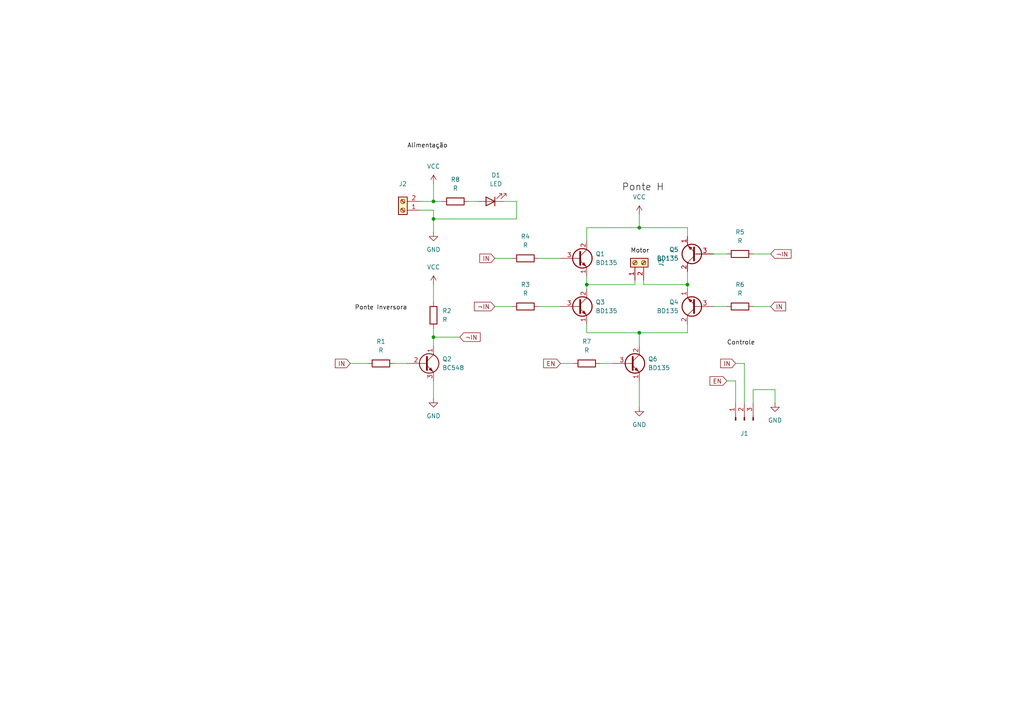
<source format=kicad_sch>
(kicad_sch (version 20230121) (generator eeschema)

  (uuid 753881f6-4e1e-4e3a-b0c8-4e7a14326248)

  (paper "A4")

  (lib_symbols
    (symbol "Connector:Conn_01x03_Pin" (pin_names (offset 1.016) hide) (in_bom yes) (on_board yes)
      (property "Reference" "J" (at 0 5.08 0)
        (effects (font (size 1.27 1.27)))
      )
      (property "Value" "Conn_01x03_Pin" (at 0 -5.08 0)
        (effects (font (size 1.27 1.27)))
      )
      (property "Footprint" "" (at 0 0 0)
        (effects (font (size 1.27 1.27)) hide)
      )
      (property "Datasheet" "~" (at 0 0 0)
        (effects (font (size 1.27 1.27)) hide)
      )
      (property "ki_locked" "" (at 0 0 0)
        (effects (font (size 1.27 1.27)))
      )
      (property "ki_keywords" "connector" (at 0 0 0)
        (effects (font (size 1.27 1.27)) hide)
      )
      (property "ki_description" "Generic connector, single row, 01x03, script generated" (at 0 0 0)
        (effects (font (size 1.27 1.27)) hide)
      )
      (property "ki_fp_filters" "Connector*:*_1x??_*" (at 0 0 0)
        (effects (font (size 1.27 1.27)) hide)
      )
      (symbol "Conn_01x03_Pin_1_1"
        (polyline
          (pts
            (xy 1.27 -2.54)
            (xy 0.8636 -2.54)
          )
          (stroke (width 0.1524) (type default))
          (fill (type none))
        )
        (polyline
          (pts
            (xy 1.27 0)
            (xy 0.8636 0)
          )
          (stroke (width 0.1524) (type default))
          (fill (type none))
        )
        (polyline
          (pts
            (xy 1.27 2.54)
            (xy 0.8636 2.54)
          )
          (stroke (width 0.1524) (type default))
          (fill (type none))
        )
        (rectangle (start 0.8636 -2.413) (end 0 -2.667)
          (stroke (width 0.1524) (type default))
          (fill (type outline))
        )
        (rectangle (start 0.8636 0.127) (end 0 -0.127)
          (stroke (width 0.1524) (type default))
          (fill (type outline))
        )
        (rectangle (start 0.8636 2.667) (end 0 2.413)
          (stroke (width 0.1524) (type default))
          (fill (type outline))
        )
        (pin passive line (at 5.08 2.54 180) (length 3.81)
          (name "Pin_1" (effects (font (size 1.27 1.27))))
          (number "1" (effects (font (size 1.27 1.27))))
        )
        (pin passive line (at 5.08 0 180) (length 3.81)
          (name "Pin_2" (effects (font (size 1.27 1.27))))
          (number "2" (effects (font (size 1.27 1.27))))
        )
        (pin passive line (at 5.08 -2.54 180) (length 3.81)
          (name "Pin_3" (effects (font (size 1.27 1.27))))
          (number "3" (effects (font (size 1.27 1.27))))
        )
      )
    )
    (symbol "Connector:Screw_Terminal_01x02" (pin_names (offset 1.016) hide) (in_bom yes) (on_board yes)
      (property "Reference" "J" (at 0 2.54 0)
        (effects (font (size 1.27 1.27)))
      )
      (property "Value" "Screw_Terminal_01x02" (at 0 -5.08 0)
        (effects (font (size 1.27 1.27)))
      )
      (property "Footprint" "" (at 0 0 0)
        (effects (font (size 1.27 1.27)) hide)
      )
      (property "Datasheet" "~" (at 0 0 0)
        (effects (font (size 1.27 1.27)) hide)
      )
      (property "ki_keywords" "screw terminal" (at 0 0 0)
        (effects (font (size 1.27 1.27)) hide)
      )
      (property "ki_description" "Generic screw terminal, single row, 01x02, script generated (kicad-library-utils/schlib/autogen/connector/)" (at 0 0 0)
        (effects (font (size 1.27 1.27)) hide)
      )
      (property "ki_fp_filters" "TerminalBlock*:*" (at 0 0 0)
        (effects (font (size 1.27 1.27)) hide)
      )
      (symbol "Screw_Terminal_01x02_1_1"
        (rectangle (start -1.27 1.27) (end 1.27 -3.81)
          (stroke (width 0.254) (type default))
          (fill (type background))
        )
        (circle (center 0 -2.54) (radius 0.635)
          (stroke (width 0.1524) (type default))
          (fill (type none))
        )
        (polyline
          (pts
            (xy -0.5334 -2.2098)
            (xy 0.3302 -3.048)
          )
          (stroke (width 0.1524) (type default))
          (fill (type none))
        )
        (polyline
          (pts
            (xy -0.5334 0.3302)
            (xy 0.3302 -0.508)
          )
          (stroke (width 0.1524) (type default))
          (fill (type none))
        )
        (polyline
          (pts
            (xy -0.3556 -2.032)
            (xy 0.508 -2.8702)
          )
          (stroke (width 0.1524) (type default))
          (fill (type none))
        )
        (polyline
          (pts
            (xy -0.3556 0.508)
            (xy 0.508 -0.3302)
          )
          (stroke (width 0.1524) (type default))
          (fill (type none))
        )
        (circle (center 0 0) (radius 0.635)
          (stroke (width 0.1524) (type default))
          (fill (type none))
        )
        (pin passive line (at -5.08 0 0) (length 3.81)
          (name "Pin_1" (effects (font (size 1.27 1.27))))
          (number "1" (effects (font (size 1.27 1.27))))
        )
        (pin passive line (at -5.08 -2.54 0) (length 3.81)
          (name "Pin_2" (effects (font (size 1.27 1.27))))
          (number "2" (effects (font (size 1.27 1.27))))
        )
      )
    )
    (symbol "Device:LED" (pin_numbers hide) (pin_names (offset 1.016) hide) (in_bom yes) (on_board yes)
      (property "Reference" "D" (at 0 2.54 0)
        (effects (font (size 1.27 1.27)))
      )
      (property "Value" "LED" (at 0 -2.54 0)
        (effects (font (size 1.27 1.27)))
      )
      (property "Footprint" "" (at 0 0 0)
        (effects (font (size 1.27 1.27)) hide)
      )
      (property "Datasheet" "~" (at 0 0 0)
        (effects (font (size 1.27 1.27)) hide)
      )
      (property "ki_keywords" "LED diode" (at 0 0 0)
        (effects (font (size 1.27 1.27)) hide)
      )
      (property "ki_description" "Light emitting diode" (at 0 0 0)
        (effects (font (size 1.27 1.27)) hide)
      )
      (property "ki_fp_filters" "LED* LED_SMD:* LED_THT:*" (at 0 0 0)
        (effects (font (size 1.27 1.27)) hide)
      )
      (symbol "LED_0_1"
        (polyline
          (pts
            (xy -1.27 -1.27)
            (xy -1.27 1.27)
          )
          (stroke (width 0.254) (type default))
          (fill (type none))
        )
        (polyline
          (pts
            (xy -1.27 0)
            (xy 1.27 0)
          )
          (stroke (width 0) (type default))
          (fill (type none))
        )
        (polyline
          (pts
            (xy 1.27 -1.27)
            (xy 1.27 1.27)
            (xy -1.27 0)
            (xy 1.27 -1.27)
          )
          (stroke (width 0.254) (type default))
          (fill (type none))
        )
        (polyline
          (pts
            (xy -3.048 -0.762)
            (xy -4.572 -2.286)
            (xy -3.81 -2.286)
            (xy -4.572 -2.286)
            (xy -4.572 -1.524)
          )
          (stroke (width 0) (type default))
          (fill (type none))
        )
        (polyline
          (pts
            (xy -1.778 -0.762)
            (xy -3.302 -2.286)
            (xy -2.54 -2.286)
            (xy -3.302 -2.286)
            (xy -3.302 -1.524)
          )
          (stroke (width 0) (type default))
          (fill (type none))
        )
      )
      (symbol "LED_1_1"
        (pin passive line (at -3.81 0 0) (length 2.54)
          (name "K" (effects (font (size 1.27 1.27))))
          (number "1" (effects (font (size 1.27 1.27))))
        )
        (pin passive line (at 3.81 0 180) (length 2.54)
          (name "A" (effects (font (size 1.27 1.27))))
          (number "2" (effects (font (size 1.27 1.27))))
        )
      )
    )
    (symbol "Device:R" (pin_numbers hide) (pin_names (offset 0)) (in_bom yes) (on_board yes)
      (property "Reference" "R" (at 2.032 0 90)
        (effects (font (size 1.27 1.27)))
      )
      (property "Value" "R" (at 0 0 90)
        (effects (font (size 1.27 1.27)))
      )
      (property "Footprint" "" (at -1.778 0 90)
        (effects (font (size 1.27 1.27)) hide)
      )
      (property "Datasheet" "~" (at 0 0 0)
        (effects (font (size 1.27 1.27)) hide)
      )
      (property "ki_keywords" "R res resistor" (at 0 0 0)
        (effects (font (size 1.27 1.27)) hide)
      )
      (property "ki_description" "Resistor" (at 0 0 0)
        (effects (font (size 1.27 1.27)) hide)
      )
      (property "ki_fp_filters" "R_*" (at 0 0 0)
        (effects (font (size 1.27 1.27)) hide)
      )
      (symbol "R_0_1"
        (rectangle (start -1.016 -2.54) (end 1.016 2.54)
          (stroke (width 0.254) (type default))
          (fill (type none))
        )
      )
      (symbol "R_1_1"
        (pin passive line (at 0 3.81 270) (length 1.27)
          (name "~" (effects (font (size 1.27 1.27))))
          (number "1" (effects (font (size 1.27 1.27))))
        )
        (pin passive line (at 0 -3.81 90) (length 1.27)
          (name "~" (effects (font (size 1.27 1.27))))
          (number "2" (effects (font (size 1.27 1.27))))
        )
      )
    )
    (symbol "Transistor_BJT:BC548" (pin_names (offset 0) hide) (in_bom yes) (on_board yes)
      (property "Reference" "Q" (at 5.08 1.905 0)
        (effects (font (size 1.27 1.27)) (justify left))
      )
      (property "Value" "BC548" (at 5.08 0 0)
        (effects (font (size 1.27 1.27)) (justify left))
      )
      (property "Footprint" "Package_TO_SOT_THT:TO-92_Inline" (at 5.08 -1.905 0)
        (effects (font (size 1.27 1.27) italic) (justify left) hide)
      )
      (property "Datasheet" "https://www.onsemi.com/pub/Collateral/BC550-D.pdf" (at 0 0 0)
        (effects (font (size 1.27 1.27)) (justify left) hide)
      )
      (property "ki_keywords" "NPN Transistor" (at 0 0 0)
        (effects (font (size 1.27 1.27)) hide)
      )
      (property "ki_description" "0.1A Ic, 30V Vce, Small Signal NPN Transistor, TO-92" (at 0 0 0)
        (effects (font (size 1.27 1.27)) hide)
      )
      (property "ki_fp_filters" "TO?92*" (at 0 0 0)
        (effects (font (size 1.27 1.27)) hide)
      )
      (symbol "BC548_0_1"
        (polyline
          (pts
            (xy 0 0)
            (xy 0.635 0)
          )
          (stroke (width 0) (type default))
          (fill (type none))
        )
        (polyline
          (pts
            (xy 0.635 0.635)
            (xy 2.54 2.54)
          )
          (stroke (width 0) (type default))
          (fill (type none))
        )
        (polyline
          (pts
            (xy 0.635 -0.635)
            (xy 2.54 -2.54)
            (xy 2.54 -2.54)
          )
          (stroke (width 0) (type default))
          (fill (type none))
        )
        (polyline
          (pts
            (xy 0.635 1.905)
            (xy 0.635 -1.905)
            (xy 0.635 -1.905)
          )
          (stroke (width 0.508) (type default))
          (fill (type none))
        )
        (polyline
          (pts
            (xy 1.27 -1.778)
            (xy 1.778 -1.27)
            (xy 2.286 -2.286)
            (xy 1.27 -1.778)
            (xy 1.27 -1.778)
          )
          (stroke (width 0) (type default))
          (fill (type outline))
        )
        (circle (center 1.27 0) (radius 2.8194)
          (stroke (width 0.254) (type default))
          (fill (type none))
        )
      )
      (symbol "BC548_1_1"
        (pin passive line (at 2.54 5.08 270) (length 2.54)
          (name "C" (effects (font (size 1.27 1.27))))
          (number "1" (effects (font (size 1.27 1.27))))
        )
        (pin input line (at -5.08 0 0) (length 5.08)
          (name "B" (effects (font (size 1.27 1.27))))
          (number "2" (effects (font (size 1.27 1.27))))
        )
        (pin passive line (at 2.54 -5.08 90) (length 2.54)
          (name "E" (effects (font (size 1.27 1.27))))
          (number "3" (effects (font (size 1.27 1.27))))
        )
      )
    )
    (symbol "Transistor_BJT:BD135" (pin_names (offset 0) hide) (in_bom yes) (on_board yes)
      (property "Reference" "Q" (at 5.08 1.905 0)
        (effects (font (size 1.27 1.27)) (justify left))
      )
      (property "Value" "BD135" (at 5.08 0 0)
        (effects (font (size 1.27 1.27)) (justify left))
      )
      (property "Footprint" "Package_TO_SOT_THT:TO-126-3_Vertical" (at 5.08 -1.905 0)
        (effects (font (size 1.27 1.27) italic) (justify left) hide)
      )
      (property "Datasheet" "http://www.st.com/internet/com/TECHNICAL_RESOURCES/TECHNICAL_LITERATURE/DATASHEET/CD00001225.pdf" (at 0 0 0)
        (effects (font (size 1.27 1.27)) (justify left) hide)
      )
      (property "ki_keywords" "Low Voltage Transistor" (at 0 0 0)
        (effects (font (size 1.27 1.27)) hide)
      )
      (property "ki_description" "1.5A Ic, 45V Vce, Low Voltage Transistor, TO-126" (at 0 0 0)
        (effects (font (size 1.27 1.27)) hide)
      )
      (property "ki_fp_filters" "TO?126*" (at 0 0 0)
        (effects (font (size 1.27 1.27)) hide)
      )
      (symbol "BD135_0_1"
        (polyline
          (pts
            (xy 0 0)
            (xy 0.635 0)
          )
          (stroke (width 0) (type default))
          (fill (type none))
        )
        (polyline
          (pts
            (xy 2.54 -2.54)
            (xy 0.635 -0.635)
          )
          (stroke (width 0) (type default))
          (fill (type none))
        )
        (polyline
          (pts
            (xy 2.54 2.54)
            (xy 0.635 0.635)
          )
          (stroke (width 0) (type default))
          (fill (type none))
        )
        (polyline
          (pts
            (xy 0.635 1.905)
            (xy 0.635 -1.905)
            (xy 0.635 -1.905)
          )
          (stroke (width 0.508) (type default))
          (fill (type outline))
        )
        (polyline
          (pts
            (xy 1.2446 -1.778)
            (xy 1.7526 -1.27)
            (xy 2.286 -2.286)
            (xy 1.2446 -1.778)
            (xy 1.2446 -1.778)
          )
          (stroke (width 0) (type default))
          (fill (type outline))
        )
        (circle (center 1.27 0) (radius 2.8194)
          (stroke (width 0.3048) (type default))
          (fill (type none))
        )
      )
      (symbol "BD135_1_1"
        (pin passive line (at 2.54 -5.08 90) (length 2.54)
          (name "E" (effects (font (size 1.27 1.27))))
          (number "1" (effects (font (size 1.27 1.27))))
        )
        (pin passive line (at 2.54 5.08 270) (length 2.54)
          (name "C" (effects (font (size 1.27 1.27))))
          (number "2" (effects (font (size 1.27 1.27))))
        )
        (pin input line (at -5.08 0 0) (length 5.08)
          (name "B" (effects (font (size 1.27 1.27))))
          (number "3" (effects (font (size 1.27 1.27))))
        )
      )
    )
    (symbol "power:GND" (power) (pin_names (offset 0)) (in_bom yes) (on_board yes)
      (property "Reference" "#PWR" (at 0 -6.35 0)
        (effects (font (size 1.27 1.27)) hide)
      )
      (property "Value" "GND" (at 0 -3.81 0)
        (effects (font (size 1.27 1.27)))
      )
      (property "Footprint" "" (at 0 0 0)
        (effects (font (size 1.27 1.27)) hide)
      )
      (property "Datasheet" "" (at 0 0 0)
        (effects (font (size 1.27 1.27)) hide)
      )
      (property "ki_keywords" "global power" (at 0 0 0)
        (effects (font (size 1.27 1.27)) hide)
      )
      (property "ki_description" "Power symbol creates a global label with name \"GND\" , ground" (at 0 0 0)
        (effects (font (size 1.27 1.27)) hide)
      )
      (symbol "GND_0_1"
        (polyline
          (pts
            (xy 0 0)
            (xy 0 -1.27)
            (xy 1.27 -1.27)
            (xy 0 -2.54)
            (xy -1.27 -1.27)
            (xy 0 -1.27)
          )
          (stroke (width 0) (type default))
          (fill (type none))
        )
      )
      (symbol "GND_1_1"
        (pin power_in line (at 0 0 270) (length 0) hide
          (name "GND" (effects (font (size 1.27 1.27))))
          (number "1" (effects (font (size 1.27 1.27))))
        )
      )
    )
    (symbol "power:VCC" (power) (pin_names (offset 0)) (in_bom yes) (on_board yes)
      (property "Reference" "#PWR" (at 0 -3.81 0)
        (effects (font (size 1.27 1.27)) hide)
      )
      (property "Value" "VCC" (at 0 3.81 0)
        (effects (font (size 1.27 1.27)))
      )
      (property "Footprint" "" (at 0 0 0)
        (effects (font (size 1.27 1.27)) hide)
      )
      (property "Datasheet" "" (at 0 0 0)
        (effects (font (size 1.27 1.27)) hide)
      )
      (property "ki_keywords" "global power" (at 0 0 0)
        (effects (font (size 1.27 1.27)) hide)
      )
      (property "ki_description" "Power symbol creates a global label with name \"VCC\"" (at 0 0 0)
        (effects (font (size 1.27 1.27)) hide)
      )
      (symbol "VCC_0_1"
        (polyline
          (pts
            (xy -0.762 1.27)
            (xy 0 2.54)
          )
          (stroke (width 0) (type default))
          (fill (type none))
        )
        (polyline
          (pts
            (xy 0 0)
            (xy 0 2.54)
          )
          (stroke (width 0) (type default))
          (fill (type none))
        )
        (polyline
          (pts
            (xy 0 2.54)
            (xy 0.762 1.27)
          )
          (stroke (width 0) (type default))
          (fill (type none))
        )
      )
      (symbol "VCC_1_1"
        (pin power_in line (at 0 0 90) (length 0) hide
          (name "VCC" (effects (font (size 1.27 1.27))))
          (number "1" (effects (font (size 1.27 1.27))))
        )
      )
    )
  )

  (junction (at 185.42 66.04) (diameter 0) (color 0 0 0 0)
    (uuid 4f7bbaf7-8040-42fb-9bab-f02ea70af3e3)
  )
  (junction (at 125.73 97.79) (diameter 0) (color 0 0 0 0)
    (uuid 75528f30-c40e-4b2c-a5cc-59bbcf78f653)
  )
  (junction (at 185.42 96.52) (diameter 0) (color 0 0 0 0)
    (uuid 9ed5bcc4-e626-4086-a08e-447911b1c95b)
  )
  (junction (at 199.39 82.55) (diameter 0) (color 0 0 0 0)
    (uuid ac6b89fc-08fd-4bf0-abcd-8001e04e6bde)
  )
  (junction (at 125.73 58.42) (diameter 0) (color 0 0 0 0)
    (uuid bc0d0aa1-64d3-416b-84dd-a640da6d4c93)
  )
  (junction (at 170.18 82.55) (diameter 0) (color 0 0 0 0)
    (uuid cad97551-af5d-4d39-b71d-657461572fd7)
  )
  (junction (at 125.73 63.5) (diameter 0) (color 0 0 0 0)
    (uuid d0af685d-71bb-4436-b019-f711878fff17)
  )

  (wire (pts (xy 125.73 95.25) (xy 125.73 97.79))
    (stroke (width 0) (type default))
    (uuid 03238ba8-9351-4429-8331-508c971b8be3)
  )
  (wire (pts (xy 135.89 58.42) (xy 138.43 58.42))
    (stroke (width 0) (type default))
    (uuid 04ea229a-35f2-454f-adf9-1aac13f3deda)
  )
  (wire (pts (xy 125.73 58.42) (xy 128.27 58.42))
    (stroke (width 0) (type default))
    (uuid 1104a26a-9f50-4dc0-8ca5-3ebe21d7971b)
  )
  (wire (pts (xy 170.18 82.55) (xy 170.18 83.82))
    (stroke (width 0) (type default))
    (uuid 18b5885c-9963-4cef-9e34-ed71df7c527f)
  )
  (wire (pts (xy 184.15 82.55) (xy 170.18 82.55))
    (stroke (width 0) (type default))
    (uuid 1cbe9544-4569-418a-8f6b-c2790aeb93bc)
  )
  (wire (pts (xy 185.42 96.52) (xy 185.42 100.33))
    (stroke (width 0) (type default))
    (uuid 20084efc-6501-4052-9968-6ab9b26b6c4d)
  )
  (wire (pts (xy 218.44 113.03) (xy 224.79 113.03))
    (stroke (width 0) (type default))
    (uuid 22249c4c-8119-4dd1-9b64-8652ae663e2a)
  )
  (wire (pts (xy 125.73 58.42) (xy 121.92 58.42))
    (stroke (width 0) (type default))
    (uuid 239aeeb2-89c6-445a-a18f-a8cfbceba192)
  )
  (wire (pts (xy 199.39 66.04) (xy 199.39 68.58))
    (stroke (width 0) (type default))
    (uuid 2c8764f4-4304-4088-909d-e7cbbfe1d50f)
  )
  (wire (pts (xy 143.51 74.93) (xy 148.59 74.93))
    (stroke (width 0) (type default))
    (uuid 31aa0567-0084-4dca-96a7-b3f5cf081aac)
  )
  (wire (pts (xy 207.01 88.9) (xy 210.82 88.9))
    (stroke (width 0) (type default))
    (uuid 3749f396-91d8-43a9-b762-24c1b952f1d5)
  )
  (wire (pts (xy 199.39 96.52) (xy 185.42 96.52))
    (stroke (width 0) (type default))
    (uuid 3f67715f-a1c4-4447-a46b-83c18641c359)
  )
  (wire (pts (xy 149.86 58.42) (xy 149.86 63.5))
    (stroke (width 0) (type default))
    (uuid 4037e884-4f53-4198-8879-c0e72ef68dde)
  )
  (wire (pts (xy 156.21 88.9) (xy 162.56 88.9))
    (stroke (width 0) (type default))
    (uuid 425fe85f-b78f-4d93-88f3-b72182218914)
  )
  (wire (pts (xy 224.79 113.03) (xy 224.79 116.84))
    (stroke (width 0) (type default))
    (uuid 42d475a1-468e-4ff1-ad51-a84418718eb8)
  )
  (wire (pts (xy 121.92 60.96) (xy 125.73 60.96))
    (stroke (width 0) (type default))
    (uuid 466a6238-bf0b-4eb5-b4f8-5d026b67e569)
  )
  (wire (pts (xy 185.42 62.23) (xy 185.42 66.04))
    (stroke (width 0) (type default))
    (uuid 502660e0-fff1-4916-b2cf-4b603935355d)
  )
  (wire (pts (xy 125.73 82.55) (xy 125.73 87.63))
    (stroke (width 0) (type default))
    (uuid 5c4128ba-5ddd-4303-a9b0-1084cadb39b5)
  )
  (wire (pts (xy 199.39 82.55) (xy 199.39 83.82))
    (stroke (width 0) (type default))
    (uuid 617552d7-0f1d-4c70-9baa-4f7f64cc0eaf)
  )
  (wire (pts (xy 218.44 73.66) (xy 223.52 73.66))
    (stroke (width 0) (type default))
    (uuid 6ba0a112-f1c4-4eed-9339-6cc23a597b84)
  )
  (wire (pts (xy 162.56 105.41) (xy 166.37 105.41))
    (stroke (width 0) (type default))
    (uuid 6f967116-7e7f-48e5-8b79-4397e2c45a66)
  )
  (wire (pts (xy 185.42 96.52) (xy 170.18 96.52))
    (stroke (width 0) (type default))
    (uuid 714ac2fe-b72d-4c5b-b433-1ce3bbc03841)
  )
  (wire (pts (xy 125.73 53.34) (xy 125.73 58.42))
    (stroke (width 0) (type default))
    (uuid 78bdc5f4-75e9-40a5-a80b-dcf8eac609c4)
  )
  (wire (pts (xy 125.73 97.79) (xy 125.73 100.33))
    (stroke (width 0) (type default))
    (uuid 7d4a50ad-dc03-4ea9-aeab-0bb91eab01a5)
  )
  (wire (pts (xy 156.21 74.93) (xy 162.56 74.93))
    (stroke (width 0) (type default))
    (uuid 8219a3c0-080c-4a5e-947a-61f10f06b9a7)
  )
  (wire (pts (xy 146.05 58.42) (xy 149.86 58.42))
    (stroke (width 0) (type default))
    (uuid 82f120d3-f74f-4f60-8660-60ae77500bce)
  )
  (wire (pts (xy 170.18 80.01) (xy 170.18 82.55))
    (stroke (width 0) (type default))
    (uuid 8cce513c-c810-49f7-97a7-74805213a35a)
  )
  (wire (pts (xy 213.36 105.41) (xy 215.9 105.41))
    (stroke (width 0) (type default))
    (uuid 8ff71987-cf99-4901-92fe-828d393ce236)
  )
  (wire (pts (xy 143.51 88.9) (xy 148.59 88.9))
    (stroke (width 0) (type default))
    (uuid 90a01e97-20ca-47de-95fa-572eb25ca8ff)
  )
  (wire (pts (xy 185.42 66.04) (xy 199.39 66.04))
    (stroke (width 0) (type default))
    (uuid 969cb506-bedd-45c4-8f60-27a04152e24c)
  )
  (wire (pts (xy 170.18 66.04) (xy 185.42 66.04))
    (stroke (width 0) (type default))
    (uuid 9a98936c-fa9e-4ece-8728-d2e440673851)
  )
  (wire (pts (xy 170.18 96.52) (xy 170.18 93.98))
    (stroke (width 0) (type default))
    (uuid 9d3131ac-a2b4-46c5-a001-c0b748d46403)
  )
  (wire (pts (xy 170.18 69.85) (xy 170.18 66.04))
    (stroke (width 0) (type default))
    (uuid 9db81793-1167-4373-925d-d9d95699ab08)
  )
  (wire (pts (xy 125.73 110.49) (xy 125.73 115.57))
    (stroke (width 0) (type default))
    (uuid a5864b88-7efe-4101-873b-6a8d867b6620)
  )
  (wire (pts (xy 199.39 78.74) (xy 199.39 82.55))
    (stroke (width 0) (type default))
    (uuid a639d78a-30f4-4336-b551-7af14e68fc05)
  )
  (wire (pts (xy 149.86 63.5) (xy 125.73 63.5))
    (stroke (width 0) (type default))
    (uuid b562c0cd-2bd4-49f7-9f7d-edfb91845555)
  )
  (wire (pts (xy 101.6 105.41) (xy 106.68 105.41))
    (stroke (width 0) (type default))
    (uuid b90167e8-19d4-41e9-a93d-aaeb886dc177)
  )
  (wire (pts (xy 186.69 81.28) (xy 186.69 82.55))
    (stroke (width 0) (type default))
    (uuid bcace089-eda0-4018-a7d1-652fa8734f61)
  )
  (wire (pts (xy 218.44 88.9) (xy 223.52 88.9))
    (stroke (width 0) (type default))
    (uuid c570c31f-3c47-4be2-9e02-7d3d382a97c7)
  )
  (wire (pts (xy 184.15 81.28) (xy 184.15 82.55))
    (stroke (width 0) (type default))
    (uuid c5e37488-ff47-4e8a-b4e6-832e92dc9e4e)
  )
  (wire (pts (xy 186.69 82.55) (xy 199.39 82.55))
    (stroke (width 0) (type default))
    (uuid c9053e14-5a60-4d0d-8744-6e31852f0c10)
  )
  (wire (pts (xy 213.36 110.49) (xy 213.36 116.84))
    (stroke (width 0) (type default))
    (uuid d02964e1-b9d9-4841-b357-abc997e79874)
  )
  (wire (pts (xy 218.44 116.84) (xy 218.44 113.03))
    (stroke (width 0) (type default))
    (uuid d64b9501-020c-42f8-a982-9ab8cea9efb0)
  )
  (wire (pts (xy 185.42 110.49) (xy 185.42 118.11))
    (stroke (width 0) (type default))
    (uuid e2385a73-06c1-40ac-ada1-e8e5fc56f822)
  )
  (wire (pts (xy 199.39 93.98) (xy 199.39 96.52))
    (stroke (width 0) (type default))
    (uuid e2532fc8-0457-4030-a4e9-dd908e5e36dd)
  )
  (wire (pts (xy 210.82 110.49) (xy 213.36 110.49))
    (stroke (width 0) (type default))
    (uuid e2dbceb0-3630-45a0-98d1-2a7f7a1a9996)
  )
  (wire (pts (xy 215.9 105.41) (xy 215.9 116.84))
    (stroke (width 0) (type default))
    (uuid ebd3c452-47bc-4602-bee2-8bece72c7956)
  )
  (wire (pts (xy 125.73 97.79) (xy 133.35 97.79))
    (stroke (width 0) (type default))
    (uuid ee289acd-849a-4442-a8ac-8c4ea8c304fd)
  )
  (wire (pts (xy 114.3 105.41) (xy 118.11 105.41))
    (stroke (width 0) (type default))
    (uuid f34b3833-29d1-400a-91b0-e9b52f803ca1)
  )
  (wire (pts (xy 125.73 63.5) (xy 125.73 67.31))
    (stroke (width 0) (type default))
    (uuid f3957b5e-027d-4508-8f82-59d4f4b3b44a)
  )
  (wire (pts (xy 207.01 73.66) (xy 210.82 73.66))
    (stroke (width 0) (type default))
    (uuid f3fd9000-c6e8-435a-8fac-5905cbac4821)
  )
  (wire (pts (xy 173.99 105.41) (xy 177.8 105.41))
    (stroke (width 0) (type default))
    (uuid fd00641c-1ce6-4093-88e2-c103b4939f8c)
  )
  (wire (pts (xy 125.73 60.96) (xy 125.73 63.5))
    (stroke (width 0) (type default))
    (uuid fd732fad-d57d-4889-b5c0-b50b1a1d3fae)
  )

  (label "Ponte Inversora" (at 102.87 90.17 0) (fields_autoplaced)
    (effects (font (size 1.27 1.27)) (justify left bottom))
    (uuid 21c8554d-613e-41d8-b80b-e1e66928614f)
  )
  (label "Ponte H" (at 180.34 55.88 0) (fields_autoplaced)
    (effects (font (size 2 2)) (justify left bottom))
    (uuid 2b58a25e-a6a8-4695-99f0-d088ed71b0ff)
  )
  (label "Motor" (at 182.88 73.66 0) (fields_autoplaced)
    (effects (font (size 1.27 1.27)) (justify left bottom))
    (uuid 54e933b8-6a15-4f38-b1ef-b454b3f4d017)
  )
  (label "Alimentação" (at 118.11 43.18 0) (fields_autoplaced)
    (effects (font (size 1.27 1.27)) (justify left bottom))
    (uuid 82dac74a-5153-4a3d-b687-a7aa0d749bc6)
  )
  (label "Controle" (at 210.82 100.33 0) (fields_autoplaced)
    (effects (font (size 1.27 1.27)) (justify left bottom))
    (uuid 8ffb4f60-6c90-4cb5-a0e8-02da7674f746)
  )

  (global_label "¬IN" (shape input) (at 223.52 73.66 0) (fields_autoplaced)
    (effects (font (size 1.27 1.27)) (justify left))
    (uuid 29af938f-4bc1-447b-bf01-059c1a1267d8)
    (property "Intersheetrefs" "${INTERSHEET_REFS}" (at 229.9335 73.66 0)
      (effects (font (size 1.27 1.27)) (justify left) hide)
    )
  )
  (global_label "IN" (shape input) (at 143.51 74.93 180) (fields_autoplaced)
    (effects (font (size 1.27 1.27)) (justify right))
    (uuid 68637c25-ee59-4e52-91fa-9d183e29b118)
    (property "Intersheetrefs" "${INTERSHEET_REFS}" (at 138.6689 74.93 0)
      (effects (font (size 1.27 1.27)) (justify right) hide)
    )
  )
  (global_label "EN" (shape input) (at 162.56 105.41 180) (fields_autoplaced)
    (effects (font (size 1.27 1.27)) (justify right))
    (uuid 82983345-c615-4bc1-9ec0-97f4e8e37964)
    (property "Intersheetrefs" "${INTERSHEET_REFS}" (at 157.1747 105.41 0)
      (effects (font (size 1.27 1.27)) (justify right) hide)
    )
  )
  (global_label "IN" (shape input) (at 213.36 105.41 180) (fields_autoplaced)
    (effects (font (size 1.27 1.27)) (justify right))
    (uuid 85c00b26-a85b-4d55-a151-69edd8c73714)
    (property "Intersheetrefs" "${INTERSHEET_REFS}" (at 208.5189 105.41 0)
      (effects (font (size 1.27 1.27)) (justify right) hide)
    )
  )
  (global_label "IN" (shape input) (at 223.52 88.9 0) (fields_autoplaced)
    (effects (font (size 1.27 1.27)) (justify left))
    (uuid 88323231-0054-46e5-a3de-10fdb9fe3228)
    (property "Intersheetrefs" "${INTERSHEET_REFS}" (at 228.3611 88.9 0)
      (effects (font (size 1.27 1.27)) (justify left) hide)
    )
  )
  (global_label "EN" (shape input) (at 210.82 110.49 180) (fields_autoplaced)
    (effects (font (size 1.27 1.27)) (justify right))
    (uuid 97138dc6-0bc8-4bbb-9fdc-5e3f3b574c84)
    (property "Intersheetrefs" "${INTERSHEET_REFS}" (at 205.4347 110.49 0)
      (effects (font (size 1.27 1.27)) (justify right) hide)
    )
  )
  (global_label "¬IN" (shape input) (at 133.35 97.79 0) (fields_autoplaced)
    (effects (font (size 1.27 1.27)) (justify left))
    (uuid d2c43428-ed4c-40f7-b3d4-871c36e336e2)
    (property "Intersheetrefs" "${INTERSHEET_REFS}" (at 139.7635 97.79 0)
      (effects (font (size 1.27 1.27)) (justify left) hide)
    )
  )
  (global_label "¬IN" (shape input) (at 143.51 88.9 180) (fields_autoplaced)
    (effects (font (size 1.27 1.27)) (justify right))
    (uuid df4c3601-255c-44e9-91e3-cb179ab91687)
    (property "Intersheetrefs" "${INTERSHEET_REFS}" (at 137.0965 88.9 0)
      (effects (font (size 1.27 1.27)) (justify right) hide)
    )
  )
  (global_label "IN" (shape input) (at 101.6 105.41 180) (fields_autoplaced)
    (effects (font (size 1.27 1.27)) (justify right))
    (uuid f8fc06a6-625a-4934-a2c0-401922138a2e)
    (property "Intersheetrefs" "${INTERSHEET_REFS}" (at 96.7589 105.41 0)
      (effects (font (size 1.27 1.27)) (justify right) hide)
    )
  )

  (symbol (lib_id "Device:R") (at 152.4 88.9 270) (unit 1)
    (in_bom yes) (on_board yes) (dnp no) (fields_autoplaced)
    (uuid 02715e56-a22b-44a4-bcb8-062509484f48)
    (property "Reference" "R3" (at 152.4 82.55 90)
      (effects (font (size 1.27 1.27)))
    )
    (property "Value" "R" (at 152.4 85.09 90)
      (effects (font (size 1.27 1.27)))
    )
    (property "Footprint" "Resistor_THT:R_Axial_DIN0207_L6.3mm_D2.5mm_P10.16mm_Horizontal" (at 152.4 87.122 90)
      (effects (font (size 1.27 1.27)) hide)
    )
    (property "Datasheet" "~" (at 152.4 88.9 0)
      (effects (font (size 1.27 1.27)) hide)
    )
    (pin "1" (uuid 7163bdd0-7a34-40c7-9f7e-471552a6e87e))
    (pin "2" (uuid a93424b1-2802-4176-9772-29e5374dc373))
    (instances
      (project "240423"
        (path "/753881f6-4e1e-4e3a-b0c8-4e7a14326248"
          (reference "R3") (unit 1)
        )
      )
    )
  )

  (symbol (lib_id "power:GND") (at 125.73 115.57 0) (unit 1)
    (in_bom yes) (on_board yes) (dnp no) (fields_autoplaced)
    (uuid 07ae41bf-b04f-41fe-b232-744d38448c57)
    (property "Reference" "#PWR03" (at 125.73 121.92 0)
      (effects (font (size 1.27 1.27)) hide)
    )
    (property "Value" "GND" (at 125.73 120.65 0)
      (effects (font (size 1.27 1.27)))
    )
    (property "Footprint" "" (at 125.73 115.57 0)
      (effects (font (size 1.27 1.27)) hide)
    )
    (property "Datasheet" "" (at 125.73 115.57 0)
      (effects (font (size 1.27 1.27)) hide)
    )
    (pin "1" (uuid a7e07fcb-060b-4db6-8188-2b25ecb2cc96))
    (instances
      (project "240423"
        (path "/753881f6-4e1e-4e3a-b0c8-4e7a14326248"
          (reference "#PWR03") (unit 1)
        )
      )
    )
  )

  (symbol (lib_id "Transistor_BJT:BD135") (at 201.93 88.9 180) (unit 1)
    (in_bom yes) (on_board yes) (dnp no) (fields_autoplaced)
    (uuid 07bd6e45-2112-4a89-baa9-0bbecdc3db5e)
    (property "Reference" "Q4" (at 196.85 87.63 0)
      (effects (font (size 1.27 1.27)) (justify left))
    )
    (property "Value" "BD135" (at 196.85 90.17 0)
      (effects (font (size 1.27 1.27)) (justify left))
    )
    (property "Footprint" "Package_TO_SOT_THT:TO-126-3_Vertical" (at 196.85 86.995 0)
      (effects (font (size 1.27 1.27) italic) (justify left) hide)
    )
    (property "Datasheet" "http://www.st.com/internet/com/TECHNICAL_RESOURCES/TECHNICAL_LITERATURE/DATASHEET/CD00001225.pdf" (at 201.93 88.9 0)
      (effects (font (size 1.27 1.27)) (justify left) hide)
    )
    (pin "1" (uuid 863eebf5-842f-44ca-833b-411035495b61))
    (pin "2" (uuid 5ebf2320-1682-4985-896b-c17b7b718994))
    (pin "3" (uuid 47feec8d-cc59-486f-945e-403a06080a92))
    (instances
      (project "240423"
        (path "/753881f6-4e1e-4e3a-b0c8-4e7a14326248"
          (reference "Q4") (unit 1)
        )
      )
    )
  )

  (symbol (lib_id "Device:R") (at 214.63 88.9 270) (unit 1)
    (in_bom yes) (on_board yes) (dnp no) (fields_autoplaced)
    (uuid 0d6c9e96-b6ed-4f63-8b05-d8e026cb46f9)
    (property "Reference" "R6" (at 214.63 82.55 90)
      (effects (font (size 1.27 1.27)))
    )
    (property "Value" "R" (at 214.63 85.09 90)
      (effects (font (size 1.27 1.27)))
    )
    (property "Footprint" "Resistor_THT:R_Axial_DIN0207_L6.3mm_D2.5mm_P10.16mm_Horizontal" (at 214.63 87.122 90)
      (effects (font (size 1.27 1.27)) hide)
    )
    (property "Datasheet" "~" (at 214.63 88.9 0)
      (effects (font (size 1.27 1.27)) hide)
    )
    (pin "1" (uuid 728ba9a0-3ed4-4d3f-8dcd-35a860d5d7e9))
    (pin "2" (uuid 15357c03-b396-4961-936d-f94e718c7e3f))
    (instances
      (project "240423"
        (path "/753881f6-4e1e-4e3a-b0c8-4e7a14326248"
          (reference "R6") (unit 1)
        )
      )
    )
  )

  (symbol (lib_id "Transistor_BJT:BD135") (at 182.88 105.41 0) (unit 1)
    (in_bom yes) (on_board yes) (dnp no) (fields_autoplaced)
    (uuid 16e48ef9-9b51-4578-b29b-c5ad459dc872)
    (property "Reference" "Q6" (at 187.96 104.14 0)
      (effects (font (size 1.27 1.27)) (justify left))
    )
    (property "Value" "BD135" (at 187.96 106.68 0)
      (effects (font (size 1.27 1.27)) (justify left))
    )
    (property "Footprint" "Package_TO_SOT_THT:TO-126-3_Vertical" (at 187.96 107.315 0)
      (effects (font (size 1.27 1.27) italic) (justify left) hide)
    )
    (property "Datasheet" "http://www.st.com/internet/com/TECHNICAL_RESOURCES/TECHNICAL_LITERATURE/DATASHEET/CD00001225.pdf" (at 182.88 105.41 0)
      (effects (font (size 1.27 1.27)) (justify left) hide)
    )
    (pin "1" (uuid 76a3ec01-8d9b-41d9-a0a0-dee384fe28c7))
    (pin "2" (uuid b73a7d30-3a70-464d-b8be-4e1140aacb4e))
    (pin "3" (uuid b4700747-8aaa-4775-843a-d6a710870699))
    (instances
      (project "240423"
        (path "/753881f6-4e1e-4e3a-b0c8-4e7a14326248"
          (reference "Q6") (unit 1)
        )
      )
    )
  )

  (symbol (lib_id "Connector:Conn_01x03_Pin") (at 215.9 121.92 90) (unit 1)
    (in_bom yes) (on_board yes) (dnp no)
    (uuid 1cc7a5fd-3bc1-4883-82f2-9d264ae453ea)
    (property "Reference" "J1" (at 215.9 125.73 90)
      (effects (font (size 1.27 1.27)))
    )
    (property "Value" "Conn_01x03_Pin" (at 215.9 124.46 90)
      (effects (font (size 1.27 1.27)) hide)
    )
    (property "Footprint" "Connector_PinHeader_2.54mm:PinHeader_1x03_P2.54mm_Vertical" (at 215.9 121.92 0)
      (effects (font (size 1.27 1.27)) hide)
    )
    (property "Datasheet" "~" (at 215.9 121.92 0)
      (effects (font (size 1.27 1.27)) hide)
    )
    (pin "1" (uuid e694cc95-4e06-42a8-86a8-18415e01d376))
    (pin "2" (uuid 9bbee1cd-5c46-4c41-a735-27cc898f5065))
    (pin "3" (uuid 41019746-8e10-4377-aa68-2be4d7683c1c))
    (instances
      (project "240423"
        (path "/753881f6-4e1e-4e3a-b0c8-4e7a14326248"
          (reference "J1") (unit 1)
        )
      )
    )
  )

  (symbol (lib_id "power:VCC") (at 125.73 82.55 0) (unit 1)
    (in_bom yes) (on_board yes) (dnp no) (fields_autoplaced)
    (uuid 1d9513d2-76cc-417f-bad2-40ac4a500f8c)
    (property "Reference" "#PWR04" (at 125.73 86.36 0)
      (effects (font (size 1.27 1.27)) hide)
    )
    (property "Value" "VCC" (at 125.73 77.47 0)
      (effects (font (size 1.27 1.27)))
    )
    (property "Footprint" "" (at 125.73 82.55 0)
      (effects (font (size 1.27 1.27)) hide)
    )
    (property "Datasheet" "" (at 125.73 82.55 0)
      (effects (font (size 1.27 1.27)) hide)
    )
    (pin "1" (uuid eded3fce-0c07-413d-8aa1-1ebb37ac9cdc))
    (instances
      (project "240423"
        (path "/753881f6-4e1e-4e3a-b0c8-4e7a14326248"
          (reference "#PWR04") (unit 1)
        )
      )
    )
  )

  (symbol (lib_id "power:GND") (at 185.42 118.11 0) (unit 1)
    (in_bom yes) (on_board yes) (dnp no) (fields_autoplaced)
    (uuid 247a6280-c7d2-4dd6-8820-3cc9356c032c)
    (property "Reference" "#PWR07" (at 185.42 124.46 0)
      (effects (font (size 1.27 1.27)) hide)
    )
    (property "Value" "GND" (at 185.42 123.19 0)
      (effects (font (size 1.27 1.27)))
    )
    (property "Footprint" "" (at 185.42 118.11 0)
      (effects (font (size 1.27 1.27)) hide)
    )
    (property "Datasheet" "" (at 185.42 118.11 0)
      (effects (font (size 1.27 1.27)) hide)
    )
    (pin "1" (uuid 572a4679-3391-4fc1-8c2d-ff1731c66f38))
    (instances
      (project "240423"
        (path "/753881f6-4e1e-4e3a-b0c8-4e7a14326248"
          (reference "#PWR07") (unit 1)
        )
      )
    )
  )

  (symbol (lib_id "Transistor_BJT:BC548") (at 123.19 105.41 0) (unit 1)
    (in_bom yes) (on_board yes) (dnp no) (fields_autoplaced)
    (uuid 3fbcb44f-0327-4cc2-90b3-1268aa8cd699)
    (property "Reference" "Q2" (at 128.27 104.14 0)
      (effects (font (size 1.27 1.27)) (justify left))
    )
    (property "Value" "BC548" (at 128.27 106.68 0)
      (effects (font (size 1.27 1.27)) (justify left))
    )
    (property "Footprint" "Package_TO_SOT_THT:TO-92_Inline" (at 128.27 107.315 0)
      (effects (font (size 1.27 1.27) italic) (justify left) hide)
    )
    (property "Datasheet" "https://www.onsemi.com/pub/Collateral/BC550-D.pdf" (at 123.19 105.41 0)
      (effects (font (size 1.27 1.27)) (justify left) hide)
    )
    (pin "1" (uuid 14f8c70b-2164-4506-a0b5-515e35323243))
    (pin "2" (uuid 93cf354b-cd06-4bfa-97b8-956c01428677))
    (pin "3" (uuid 8ad025d0-04c3-49ae-8c56-5a70e74cd57d))
    (instances
      (project "240423"
        (path "/753881f6-4e1e-4e3a-b0c8-4e7a14326248"
          (reference "Q2") (unit 1)
        )
      )
    )
  )

  (symbol (lib_id "Device:R") (at 125.73 91.44 180) (unit 1)
    (in_bom yes) (on_board yes) (dnp no) (fields_autoplaced)
    (uuid 5227878f-a595-42c1-aa41-d440eb64842d)
    (property "Reference" "R2" (at 128.27 90.17 0)
      (effects (font (size 1.27 1.27)) (justify right))
    )
    (property "Value" "R" (at 128.27 92.71 0)
      (effects (font (size 1.27 1.27)) (justify right))
    )
    (property "Footprint" "Resistor_THT:R_Axial_DIN0207_L6.3mm_D2.5mm_P10.16mm_Horizontal" (at 127.508 91.44 90)
      (effects (font (size 1.27 1.27)) hide)
    )
    (property "Datasheet" "~" (at 125.73 91.44 0)
      (effects (font (size 1.27 1.27)) hide)
    )
    (pin "1" (uuid 61376886-f86f-4e66-b410-3ef7e5ba8061))
    (pin "2" (uuid 39a90adc-4b89-4739-8086-e21f10196fcf))
    (instances
      (project "240423"
        (path "/753881f6-4e1e-4e3a-b0c8-4e7a14326248"
          (reference "R2") (unit 1)
        )
      )
    )
  )

  (symbol (lib_id "Connector:Screw_Terminal_01x02") (at 116.84 60.96 180) (unit 1)
    (in_bom yes) (on_board yes) (dnp no)
    (uuid 5d79ddd2-d023-43b9-856d-0e15c004d774)
    (property "Reference" "J2" (at 116.84 53.34 0)
      (effects (font (size 1.27 1.27)))
    )
    (property "Value" "Screw_Terminal_01x02" (at 116.84 54.61 0)
      (effects (font (size 1.27 1.27)) hide)
    )
    (property "Footprint" "TerminalBlock:TerminalBlock_bornier-2_P5.08mm" (at 116.84 60.96 0)
      (effects (font (size 1.27 1.27)) hide)
    )
    (property "Datasheet" "~" (at 116.84 60.96 0)
      (effects (font (size 1.27 1.27)) hide)
    )
    (pin "1" (uuid 7a0d99a4-a414-444a-91e9-772ec278a9b4))
    (pin "2" (uuid dfbe6bb3-ed64-455c-9c84-c10362d8896b))
    (instances
      (project "240423"
        (path "/753881f6-4e1e-4e3a-b0c8-4e7a14326248"
          (reference "J2") (unit 1)
        )
      )
    )
  )

  (symbol (lib_id "Connector:Screw_Terminal_01x02") (at 184.15 76.2 90) (unit 1)
    (in_bom yes) (on_board yes) (dnp no)
    (uuid 5fb3fb3d-428e-451b-a75d-e68d8b93f0c3)
    (property "Reference" "J3" (at 191.77 76.2 0)
      (effects (font (size 1.27 1.27)))
    )
    (property "Value" "Screw_Terminal_01x02" (at 190.5 76.2 0)
      (effects (font (size 1.27 1.27)) hide)
    )
    (property "Footprint" "TerminalBlock:TerminalBlock_bornier-2_P5.08mm" (at 184.15 76.2 0)
      (effects (font (size 1.27 1.27)) hide)
    )
    (property "Datasheet" "~" (at 184.15 76.2 0)
      (effects (font (size 1.27 1.27)) hide)
    )
    (pin "1" (uuid 510a8228-66f3-4c17-8515-c366a1bbb79e))
    (pin "2" (uuid 56d3a79a-3169-4e8d-b274-32b81cb7828e))
    (instances
      (project "240423"
        (path "/753881f6-4e1e-4e3a-b0c8-4e7a14326248"
          (reference "J3") (unit 1)
        )
      )
    )
  )

  (symbol (lib_id "Device:R") (at 132.08 58.42 270) (unit 1)
    (in_bom yes) (on_board yes) (dnp no) (fields_autoplaced)
    (uuid 6e6d57c2-4d7a-442d-8186-8b3e6bc9dec7)
    (property "Reference" "R8" (at 132.08 52.07 90)
      (effects (font (size 1.27 1.27)))
    )
    (property "Value" "R" (at 132.08 54.61 90)
      (effects (font (size 1.27 1.27)))
    )
    (property "Footprint" "Resistor_THT:R_Axial_DIN0207_L6.3mm_D2.5mm_P10.16mm_Horizontal" (at 132.08 56.642 90)
      (effects (font (size 1.27 1.27)) hide)
    )
    (property "Datasheet" "~" (at 132.08 58.42 0)
      (effects (font (size 1.27 1.27)) hide)
    )
    (pin "1" (uuid 17de4a82-d99f-4ef7-a932-228924b54ace))
    (pin "2" (uuid 44c24d07-b73f-410b-acc5-3500dcb6061b))
    (instances
      (project "240423"
        (path "/753881f6-4e1e-4e3a-b0c8-4e7a14326248"
          (reference "R8") (unit 1)
        )
      )
    )
  )

  (symbol (lib_id "power:GND") (at 224.79 116.84 0) (unit 1)
    (in_bom yes) (on_board yes) (dnp no) (fields_autoplaced)
    (uuid 72d27306-56bc-4093-82ab-12a32837d005)
    (property "Reference" "#PWR05" (at 224.79 123.19 0)
      (effects (font (size 1.27 1.27)) hide)
    )
    (property "Value" "GND" (at 224.79 121.92 0)
      (effects (font (size 1.27 1.27)))
    )
    (property "Footprint" "" (at 224.79 116.84 0)
      (effects (font (size 1.27 1.27)) hide)
    )
    (property "Datasheet" "" (at 224.79 116.84 0)
      (effects (font (size 1.27 1.27)) hide)
    )
    (pin "1" (uuid d03cafda-c372-4c94-ad24-4f7ddb043fe3))
    (instances
      (project "240423"
        (path "/753881f6-4e1e-4e3a-b0c8-4e7a14326248"
          (reference "#PWR05") (unit 1)
        )
      )
    )
  )

  (symbol (lib_id "Device:R") (at 214.63 73.66 270) (unit 1)
    (in_bom yes) (on_board yes) (dnp no) (fields_autoplaced)
    (uuid 929d2153-b242-47ba-a8e9-3acaaf1798da)
    (property "Reference" "R5" (at 214.63 67.31 90)
      (effects (font (size 1.27 1.27)))
    )
    (property "Value" "R" (at 214.63 69.85 90)
      (effects (font (size 1.27 1.27)))
    )
    (property "Footprint" "Resistor_THT:R_Axial_DIN0207_L6.3mm_D2.5mm_P10.16mm_Horizontal" (at 214.63 71.882 90)
      (effects (font (size 1.27 1.27)) hide)
    )
    (property "Datasheet" "~" (at 214.63 73.66 0)
      (effects (font (size 1.27 1.27)) hide)
    )
    (pin "1" (uuid 314f3482-e016-4cc6-9c43-9b1487d98d56))
    (pin "2" (uuid ccb581e0-15d6-4483-b145-2c521235a2a4))
    (instances
      (project "240423"
        (path "/753881f6-4e1e-4e3a-b0c8-4e7a14326248"
          (reference "R5") (unit 1)
        )
      )
    )
  )

  (symbol (lib_id "power:VCC") (at 125.73 53.34 0) (unit 1)
    (in_bom yes) (on_board yes) (dnp no) (fields_autoplaced)
    (uuid 92cd08b6-c95c-4042-9029-9045466038bc)
    (property "Reference" "#PWR02" (at 125.73 57.15 0)
      (effects (font (size 1.27 1.27)) hide)
    )
    (property "Value" "VCC" (at 125.73 48.26 0)
      (effects (font (size 1.27 1.27)))
    )
    (property "Footprint" "" (at 125.73 53.34 0)
      (effects (font (size 1.27 1.27)) hide)
    )
    (property "Datasheet" "" (at 125.73 53.34 0)
      (effects (font (size 1.27 1.27)) hide)
    )
    (pin "1" (uuid 82244f4f-1ffd-4bbe-8e2d-b9a8ae0c47d5))
    (instances
      (project "240423"
        (path "/753881f6-4e1e-4e3a-b0c8-4e7a14326248"
          (reference "#PWR02") (unit 1)
        )
      )
    )
  )

  (symbol (lib_id "Transistor_BJT:BD135") (at 167.64 88.9 0) (unit 1)
    (in_bom yes) (on_board yes) (dnp no) (fields_autoplaced)
    (uuid 9b09c21d-d2d7-4e8c-956b-06ce0d0c297e)
    (property "Reference" "Q3" (at 172.72 87.63 0)
      (effects (font (size 1.27 1.27)) (justify left))
    )
    (property "Value" "BD135" (at 172.72 90.17 0)
      (effects (font (size 1.27 1.27)) (justify left))
    )
    (property "Footprint" "Package_TO_SOT_THT:TO-126-3_Vertical" (at 172.72 90.805 0)
      (effects (font (size 1.27 1.27) italic) (justify left) hide)
    )
    (property "Datasheet" "http://www.st.com/internet/com/TECHNICAL_RESOURCES/TECHNICAL_LITERATURE/DATASHEET/CD00001225.pdf" (at 167.64 88.9 0)
      (effects (font (size 1.27 1.27)) (justify left) hide)
    )
    (pin "1" (uuid f43e0b0b-1289-465a-ae82-407249f06028))
    (pin "2" (uuid 2f05415a-db5b-42e3-80d5-9f908ec5dc07))
    (pin "3" (uuid f9dc7bce-4439-4dd8-ad99-bd3be32a8df1))
    (instances
      (project "240423"
        (path "/753881f6-4e1e-4e3a-b0c8-4e7a14326248"
          (reference "Q3") (unit 1)
        )
      )
    )
  )

  (symbol (lib_id "power:VCC") (at 185.42 62.23 0) (unit 1)
    (in_bom yes) (on_board yes) (dnp no) (fields_autoplaced)
    (uuid 9cedcfcb-9e8c-470f-8765-0f737479cd90)
    (property "Reference" "#PWR06" (at 185.42 66.04 0)
      (effects (font (size 1.27 1.27)) hide)
    )
    (property "Value" "VCC" (at 185.42 57.15 0)
      (effects (font (size 1.27 1.27)))
    )
    (property "Footprint" "" (at 185.42 62.23 0)
      (effects (font (size 1.27 1.27)) hide)
    )
    (property "Datasheet" "" (at 185.42 62.23 0)
      (effects (font (size 1.27 1.27)) hide)
    )
    (pin "1" (uuid b3412c3d-c90a-4404-81d5-7172cda02355))
    (instances
      (project "240423"
        (path "/753881f6-4e1e-4e3a-b0c8-4e7a14326248"
          (reference "#PWR06") (unit 1)
        )
      )
    )
  )

  (symbol (lib_id "power:GND") (at 125.73 67.31 0) (unit 1)
    (in_bom yes) (on_board yes) (dnp no) (fields_autoplaced)
    (uuid a03318c5-6e1a-43ee-8421-77611620e34e)
    (property "Reference" "#PWR01" (at 125.73 73.66 0)
      (effects (font (size 1.27 1.27)) hide)
    )
    (property "Value" "GND" (at 125.73 72.39 0)
      (effects (font (size 1.27 1.27)))
    )
    (property "Footprint" "" (at 125.73 67.31 0)
      (effects (font (size 1.27 1.27)) hide)
    )
    (property "Datasheet" "" (at 125.73 67.31 0)
      (effects (font (size 1.27 1.27)) hide)
    )
    (pin "1" (uuid a9a1fe90-d675-40f3-8849-bfc8ef94cebd))
    (instances
      (project "240423"
        (path "/753881f6-4e1e-4e3a-b0c8-4e7a14326248"
          (reference "#PWR01") (unit 1)
        )
      )
    )
  )

  (symbol (lib_id "Transistor_BJT:BD135") (at 167.64 74.93 0) (unit 1)
    (in_bom yes) (on_board yes) (dnp no) (fields_autoplaced)
    (uuid a8bc8c13-c2e7-41b3-8072-2af07068163f)
    (property "Reference" "Q1" (at 172.72 73.66 0)
      (effects (font (size 1.27 1.27)) (justify left))
    )
    (property "Value" "BD135" (at 172.72 76.2 0)
      (effects (font (size 1.27 1.27)) (justify left))
    )
    (property "Footprint" "Package_TO_SOT_THT:TO-126-3_Vertical" (at 172.72 76.835 0)
      (effects (font (size 1.27 1.27) italic) (justify left) hide)
    )
    (property "Datasheet" "http://www.st.com/internet/com/TECHNICAL_RESOURCES/TECHNICAL_LITERATURE/DATASHEET/CD00001225.pdf" (at 167.64 74.93 0)
      (effects (font (size 1.27 1.27)) (justify left) hide)
    )
    (pin "1" (uuid df9c58aa-fd38-4c93-bc73-63ef6d9e2ac3))
    (pin "2" (uuid 57b1e48e-8dd4-4d9e-8dbe-2289dbf41d92))
    (pin "3" (uuid 6e0df4b8-3216-4e3a-a2a2-574aac99e8cd))
    (instances
      (project "240423"
        (path "/753881f6-4e1e-4e3a-b0c8-4e7a14326248"
          (reference "Q1") (unit 1)
        )
      )
    )
  )

  (symbol (lib_id "Transistor_BJT:BD135") (at 201.93 73.66 180) (unit 1)
    (in_bom yes) (on_board yes) (dnp no) (fields_autoplaced)
    (uuid b11cc57a-920a-4750-acc9-e43f928685bc)
    (property "Reference" "Q5" (at 196.85 72.39 0)
      (effects (font (size 1.27 1.27)) (justify left))
    )
    (property "Value" "BD135" (at 196.85 74.93 0)
      (effects (font (size 1.27 1.27)) (justify left))
    )
    (property "Footprint" "Package_TO_SOT_THT:TO-126-3_Vertical" (at 196.85 71.755 0)
      (effects (font (size 1.27 1.27) italic) (justify left) hide)
    )
    (property "Datasheet" "http://www.st.com/internet/com/TECHNICAL_RESOURCES/TECHNICAL_LITERATURE/DATASHEET/CD00001225.pdf" (at 201.93 73.66 0)
      (effects (font (size 1.27 1.27)) (justify left) hide)
    )
    (pin "1" (uuid 68042ed9-25eb-43df-8bfa-4ebee72a92e3))
    (pin "2" (uuid aed8d512-e81b-4252-8b56-dabe52584216))
    (pin "3" (uuid 1597ffde-2e2b-42d5-b2e4-3377b35a29a0))
    (instances
      (project "240423"
        (path "/753881f6-4e1e-4e3a-b0c8-4e7a14326248"
          (reference "Q5") (unit 1)
        )
      )
    )
  )

  (symbol (lib_id "Device:R") (at 110.49 105.41 90) (unit 1)
    (in_bom yes) (on_board yes) (dnp no) (fields_autoplaced)
    (uuid c8e3a604-128b-40ab-b16c-8648b132f713)
    (property "Reference" "R1" (at 110.49 99.06 90)
      (effects (font (size 1.27 1.27)))
    )
    (property "Value" "R" (at 110.49 101.6 90)
      (effects (font (size 1.27 1.27)))
    )
    (property "Footprint" "Resistor_THT:R_Axial_DIN0207_L6.3mm_D2.5mm_P10.16mm_Horizontal" (at 110.49 107.188 90)
      (effects (font (size 1.27 1.27)) hide)
    )
    (property "Datasheet" "~" (at 110.49 105.41 0)
      (effects (font (size 1.27 1.27)) hide)
    )
    (pin "1" (uuid 4674763c-7a22-4cca-b919-ccf7f31cbde7))
    (pin "2" (uuid b14030be-e871-46b5-a11b-ab0e042e2fd9))
    (instances
      (project "240423"
        (path "/753881f6-4e1e-4e3a-b0c8-4e7a14326248"
          (reference "R1") (unit 1)
        )
      )
    )
  )

  (symbol (lib_id "Device:R") (at 152.4 74.93 270) (unit 1)
    (in_bom yes) (on_board yes) (dnp no) (fields_autoplaced)
    (uuid d977a3c8-5acf-4a8c-9573-2a4f9e33f82e)
    (property "Reference" "R4" (at 152.4 68.58 90)
      (effects (font (size 1.27 1.27)))
    )
    (property "Value" "R" (at 152.4 71.12 90)
      (effects (font (size 1.27 1.27)))
    )
    (property "Footprint" "Resistor_THT:R_Axial_DIN0207_L6.3mm_D2.5mm_P10.16mm_Horizontal" (at 152.4 73.152 90)
      (effects (font (size 1.27 1.27)) hide)
    )
    (property "Datasheet" "~" (at 152.4 74.93 0)
      (effects (font (size 1.27 1.27)) hide)
    )
    (pin "1" (uuid 27107e59-9024-48a4-82af-5f9ed3303a18))
    (pin "2" (uuid 12922b2a-4f54-4530-9c4b-1d27e5d6bcfd))
    (instances
      (project "240423"
        (path "/753881f6-4e1e-4e3a-b0c8-4e7a14326248"
          (reference "R4") (unit 1)
        )
      )
    )
  )

  (symbol (lib_id "Device:R") (at 170.18 105.41 270) (unit 1)
    (in_bom yes) (on_board yes) (dnp no) (fields_autoplaced)
    (uuid f3442524-971c-4cd0-8880-37e6e828783e)
    (property "Reference" "R7" (at 170.18 99.06 90)
      (effects (font (size 1.27 1.27)))
    )
    (property "Value" "R" (at 170.18 101.6 90)
      (effects (font (size 1.27 1.27)))
    )
    (property "Footprint" "Resistor_THT:R_Axial_DIN0207_L6.3mm_D2.5mm_P10.16mm_Horizontal" (at 170.18 103.632 90)
      (effects (font (size 1.27 1.27)) hide)
    )
    (property "Datasheet" "~" (at 170.18 105.41 0)
      (effects (font (size 1.27 1.27)) hide)
    )
    (pin "1" (uuid 46c97b1a-ad40-4c91-b62e-aaa5a6feaa7d))
    (pin "2" (uuid 5df4bd25-2adf-4ddd-9dbb-aabbd0953465))
    (instances
      (project "240423"
        (path "/753881f6-4e1e-4e3a-b0c8-4e7a14326248"
          (reference "R7") (unit 1)
        )
      )
    )
  )

  (symbol (lib_id "Device:LED") (at 142.24 58.42 180) (unit 1)
    (in_bom yes) (on_board yes) (dnp no) (fields_autoplaced)
    (uuid fe6ff361-a148-4cf5-b22f-afb2c2c57575)
    (property "Reference" "D1" (at 143.8275 50.8 0)
      (effects (font (size 1.27 1.27)))
    )
    (property "Value" "LED" (at 143.8275 53.34 0)
      (effects (font (size 1.27 1.27)))
    )
    (property "Footprint" "LED_THT:LED_D5.0mm" (at 142.24 58.42 0)
      (effects (font (size 1.27 1.27)) hide)
    )
    (property "Datasheet" "~" (at 142.24 58.42 0)
      (effects (font (size 1.27 1.27)) hide)
    )
    (pin "1" (uuid 78d1e7c9-6e4a-46f6-822c-43fc70f064cd))
    (pin "2" (uuid a8f35972-4063-4043-acd8-457ee9e50649))
    (instances
      (project "240423"
        (path "/753881f6-4e1e-4e3a-b0c8-4e7a14326248"
          (reference "D1") (unit 1)
        )
      )
    )
  )

  (sheet_instances
    (path "/" (page "1"))
  )
)

</source>
